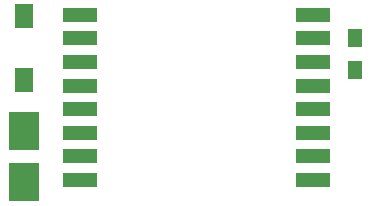
<source format=gtp>
G04 #@! TF.GenerationSoftware,KiCad,Pcbnew,no-vcs-found-feba091~58~ubuntu16.04.1*
G04 #@! TF.CreationDate,2017-03-27T19:49:03+03:00*
G04 #@! TF.ProjectId,led_strip_actuator_node,6C65645F73747269705F616374756174,rev?*
G04 #@! TF.FileFunction,Paste,Top*
G04 #@! TF.FilePolarity,Positive*
%FSLAX46Y46*%
G04 Gerber Fmt 4.6, Leading zero omitted, Abs format (unit mm)*
G04 Created by KiCad (PCBNEW no-vcs-found-feba091~58~ubuntu16.04.1) date Mon Mar 27 19:49:03 2017*
%MOMM*%
%LPD*%
G01*
G04 APERTURE LIST*
%ADD10C,0.100000*%
%ADD11R,1.600000X2.000000*%
%ADD12R,2.500000X3.200000*%
%ADD13R,1.300000X1.500000*%
%ADD14R,3.000000X1.200000*%
G04 APERTURE END LIST*
D10*
D11*
X114800000Y-59300000D03*
X114800000Y-64700000D03*
D12*
X114800000Y-69050000D03*
X114800000Y-73350000D03*
D13*
X142850000Y-61150000D03*
X142850000Y-63850000D03*
D14*
X139265935Y-59168221D03*
X139265935Y-61168221D03*
X139265935Y-63168221D03*
X139265935Y-65168221D03*
X139265935Y-67168221D03*
X139265935Y-69168221D03*
X139265935Y-71168221D03*
X139265935Y-73168221D03*
X119565935Y-73168221D03*
X119565935Y-71168221D03*
X119565935Y-69168221D03*
X119565935Y-67168221D03*
X119565935Y-65168221D03*
X119565935Y-63168221D03*
X119565935Y-61168221D03*
X119565935Y-59168221D03*
M02*

</source>
